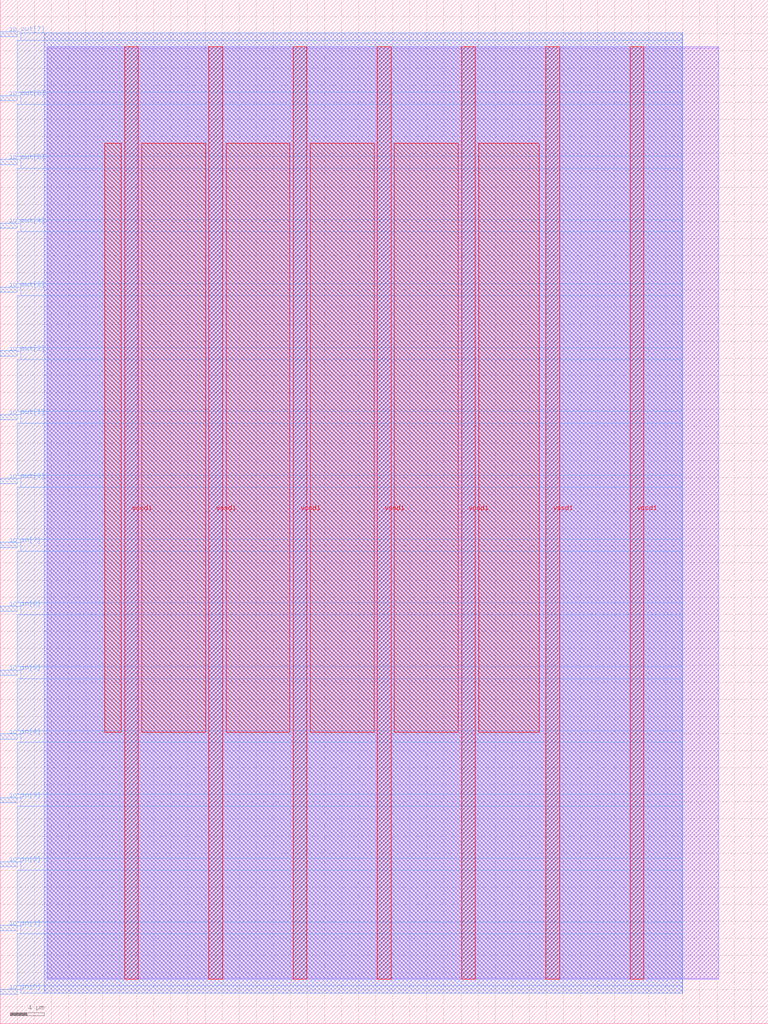
<source format=lef>
VERSION 5.7 ;
  NOWIREEXTENSIONATPIN ON ;
  DIVIDERCHAR "/" ;
  BUSBITCHARS "[]" ;
MACRO mm21_LEDMatrixTop
  CLASS BLOCK ;
  FOREIGN mm21_LEDMatrixTop ;
  ORIGIN 0.000 0.000 ;
  SIZE 90.000 BY 120.000 ;
  PIN io_in[0]
    DIRECTION INPUT ;
    USE SIGNAL ;
    PORT
      LAYER met3 ;
        RECT 0.000 3.440 2.000 4.040 ;
    END
  END io_in[0]
  PIN io_in[1]
    DIRECTION INPUT ;
    USE SIGNAL ;
    PORT
      LAYER met3 ;
        RECT 0.000 10.920 2.000 11.520 ;
    END
  END io_in[1]
  PIN io_in[2]
    DIRECTION INPUT ;
    USE SIGNAL ;
    PORT
      LAYER met3 ;
        RECT 0.000 18.400 2.000 19.000 ;
    END
  END io_in[2]
  PIN io_in[3]
    DIRECTION INPUT ;
    USE SIGNAL ;
    PORT
      LAYER met3 ;
        RECT 0.000 25.880 2.000 26.480 ;
    END
  END io_in[3]
  PIN io_in[4]
    DIRECTION INPUT ;
    USE SIGNAL ;
    PORT
      LAYER met3 ;
        RECT 0.000 33.360 2.000 33.960 ;
    END
  END io_in[4]
  PIN io_in[5]
    DIRECTION INPUT ;
    USE SIGNAL ;
    PORT
      LAYER met3 ;
        RECT 0.000 40.840 2.000 41.440 ;
    END
  END io_in[5]
  PIN io_in[6]
    DIRECTION INPUT ;
    USE SIGNAL ;
    PORT
      LAYER met3 ;
        RECT 0.000 48.320 2.000 48.920 ;
    END
  END io_in[6]
  PIN io_in[7]
    DIRECTION INPUT ;
    USE SIGNAL ;
    PORT
      LAYER met3 ;
        RECT 0.000 55.800 2.000 56.400 ;
    END
  END io_in[7]
  PIN io_out[0]
    DIRECTION OUTPUT TRISTATE ;
    USE SIGNAL ;
    PORT
      LAYER met3 ;
        RECT 0.000 63.280 2.000 63.880 ;
    END
  END io_out[0]
  PIN io_out[1]
    DIRECTION OUTPUT TRISTATE ;
    USE SIGNAL ;
    PORT
      LAYER met3 ;
        RECT 0.000 70.760 2.000 71.360 ;
    END
  END io_out[1]
  PIN io_out[2]
    DIRECTION OUTPUT TRISTATE ;
    USE SIGNAL ;
    PORT
      LAYER met3 ;
        RECT 0.000 78.240 2.000 78.840 ;
    END
  END io_out[2]
  PIN io_out[3]
    DIRECTION OUTPUT TRISTATE ;
    USE SIGNAL ;
    PORT
      LAYER met3 ;
        RECT 0.000 85.720 2.000 86.320 ;
    END
  END io_out[3]
  PIN io_out[4]
    DIRECTION OUTPUT TRISTATE ;
    USE SIGNAL ;
    PORT
      LAYER met3 ;
        RECT 0.000 93.200 2.000 93.800 ;
    END
  END io_out[4]
  PIN io_out[5]
    DIRECTION OUTPUT TRISTATE ;
    USE SIGNAL ;
    PORT
      LAYER met3 ;
        RECT 0.000 100.680 2.000 101.280 ;
    END
  END io_out[5]
  PIN io_out[6]
    DIRECTION OUTPUT TRISTATE ;
    USE SIGNAL ;
    PORT
      LAYER met3 ;
        RECT 0.000 108.160 2.000 108.760 ;
    END
  END io_out[6]
  PIN io_out[7]
    DIRECTION OUTPUT TRISTATE ;
    USE SIGNAL ;
    PORT
      LAYER met3 ;
        RECT 0.000 115.640 2.000 116.240 ;
    END
  END io_out[7]
  PIN vccd1
    DIRECTION INOUT ;
    USE POWER ;
    PORT
      LAYER met4 ;
        RECT 14.590 5.200 16.190 114.480 ;
    END
    PORT
      LAYER met4 ;
        RECT 34.330 5.200 35.930 114.480 ;
    END
    PORT
      LAYER met4 ;
        RECT 54.070 5.200 55.670 114.480 ;
    END
    PORT
      LAYER met4 ;
        RECT 73.810 5.200 75.410 114.480 ;
    END
  END vccd1
  PIN vssd1
    DIRECTION INOUT ;
    USE GROUND ;
    PORT
      LAYER met4 ;
        RECT 24.460 5.200 26.060 114.480 ;
    END
    PORT
      LAYER met4 ;
        RECT 44.200 5.200 45.800 114.480 ;
    END
    PORT
      LAYER met4 ;
        RECT 63.940 5.200 65.540 114.480 ;
    END
  END vssd1
  OBS
      LAYER li1 ;
        RECT 5.520 5.355 84.180 114.325 ;
      LAYER met1 ;
        RECT 5.520 5.200 84.180 114.480 ;
      LAYER met2 ;
        RECT 5.150 3.555 79.950 116.125 ;
      LAYER met3 ;
        RECT 2.400 115.240 79.975 116.105 ;
        RECT 2.000 109.160 79.975 115.240 ;
        RECT 2.400 107.760 79.975 109.160 ;
        RECT 2.000 101.680 79.975 107.760 ;
        RECT 2.400 100.280 79.975 101.680 ;
        RECT 2.000 94.200 79.975 100.280 ;
        RECT 2.400 92.800 79.975 94.200 ;
        RECT 2.000 86.720 79.975 92.800 ;
        RECT 2.400 85.320 79.975 86.720 ;
        RECT 2.000 79.240 79.975 85.320 ;
        RECT 2.400 77.840 79.975 79.240 ;
        RECT 2.000 71.760 79.975 77.840 ;
        RECT 2.400 70.360 79.975 71.760 ;
        RECT 2.000 64.280 79.975 70.360 ;
        RECT 2.400 62.880 79.975 64.280 ;
        RECT 2.000 56.800 79.975 62.880 ;
        RECT 2.400 55.400 79.975 56.800 ;
        RECT 2.000 49.320 79.975 55.400 ;
        RECT 2.400 47.920 79.975 49.320 ;
        RECT 2.000 41.840 79.975 47.920 ;
        RECT 2.400 40.440 79.975 41.840 ;
        RECT 2.000 34.360 79.975 40.440 ;
        RECT 2.400 32.960 79.975 34.360 ;
        RECT 2.000 26.880 79.975 32.960 ;
        RECT 2.400 25.480 79.975 26.880 ;
        RECT 2.000 19.400 79.975 25.480 ;
        RECT 2.400 18.000 79.975 19.400 ;
        RECT 2.000 11.920 79.975 18.000 ;
        RECT 2.400 10.520 79.975 11.920 ;
        RECT 2.000 4.440 79.975 10.520 ;
        RECT 2.400 3.575 79.975 4.440 ;
      LAYER met4 ;
        RECT 12.255 34.175 14.190 103.185 ;
        RECT 16.590 34.175 24.060 103.185 ;
        RECT 26.460 34.175 33.930 103.185 ;
        RECT 36.330 34.175 43.800 103.185 ;
        RECT 46.200 34.175 53.670 103.185 ;
        RECT 56.070 34.175 63.185 103.185 ;
  END
END mm21_LEDMatrixTop
END LIBRARY


</source>
